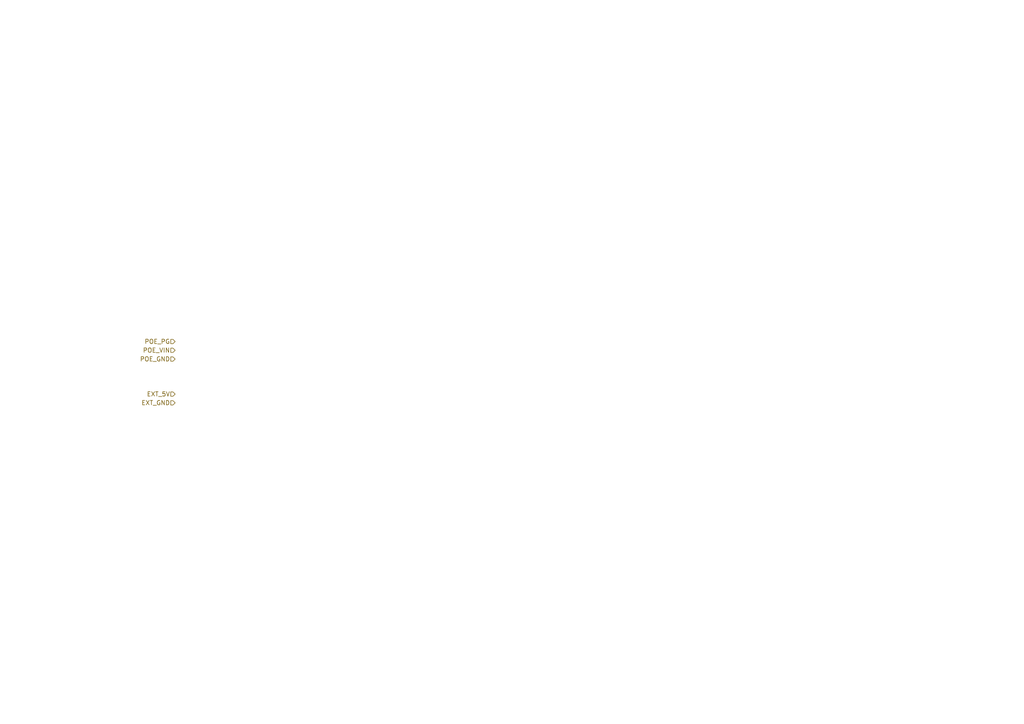
<source format=kicad_sch>
(kicad_sch
	(version 20250114)
	(generator "eeschema")
	(generator_version "9.0")
	(uuid "04efbab4-4b09-41dd-b889-e48452d150e7")
	(paper "A4")
	(title_block
		(title "iot-contact")
	)
	(lib_symbols)
	(hierarchical_label "EXT_GND"
		(shape input)
		(at 50.8 116.84 180)
		(effects
			(font
				(size 1.27 1.27)
			)
			(justify right)
		)
		(uuid "63f6c991-7d4d-49ef-849f-23837f200404")
	)
	(hierarchical_label "POE_GND"
		(shape input)
		(at 50.8 104.14 180)
		(effects
			(font
				(size 1.27 1.27)
			)
			(justify right)
		)
		(uuid "b1ec6760-d5a6-4e6d-aee9-003cb8337baf")
	)
	(hierarchical_label "POE_VIN"
		(shape input)
		(at 50.8 101.6 180)
		(effects
			(font
				(size 1.27 1.27)
			)
			(justify right)
		)
		(uuid "c603889f-a252-47f2-a949-32058b61158a")
	)
	(hierarchical_label "POE_PG"
		(shape input)
		(at 50.8 99.06 180)
		(effects
			(font
				(size 1.27 1.27)
			)
			(justify right)
		)
		(uuid "dd015bab-89f0-45ad-a6b7-aad64f7a9ff6")
	)
	(hierarchical_label "EXT_5V"
		(shape input)
		(at 50.8 114.3 180)
		(effects
			(font
				(size 1.27 1.27)
			)
			(justify right)
		)
		(uuid "f4c611bb-4ee4-414a-8506-b9578937609d")
	)
)

</source>
